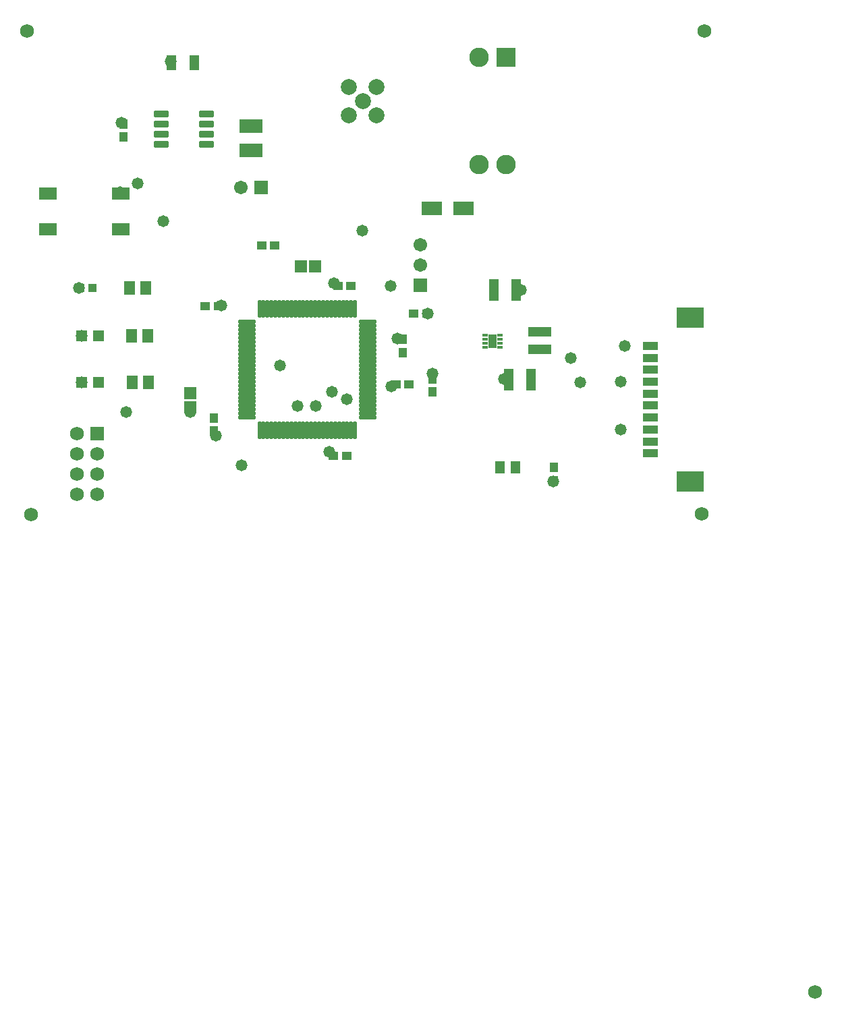
<source format=gbr>
%TF.GenerationSoftware,Altium Limited,Altium Designer,19.1.8 (144)*%
G04 Layer_Color=8388736*
%FSLAX25Y25*%
%MOIN*%
%TF.FileFunction,Soldermask,Top*%
%TF.Part,Single*%
G01*
G75*
%TA.AperFunction,SMDPad,CuDef*%
%ADD10R,0.04166X0.04749*%
%ADD11R,0.04749X0.04166*%
%ADD20R,0.06127X0.05924*%
%ADD23R,0.05924X0.06127*%
%ADD26R,0.05118X0.05906*%
%ADD27R,0.09843X0.06693*%
%TA.AperFunction,ComponentPad*%
%ADD35C,0.09646*%
%ADD36R,0.09646X0.09646*%
%TA.AperFunction,ViaPad*%
%ADD47C,0.06800*%
%TA.AperFunction,ComponentPad*%
%ADD48R,0.06706X0.06706*%
%ADD49C,0.06706*%
%ADD50C,0.06902*%
%ADD51R,0.06902X0.06902*%
%ADD52R,0.06706X0.06706*%
%ADD53C,0.07887*%
%TA.AperFunction,ViaPad*%
%ADD54C,0.05800*%
%ADD55C,0.02520*%
%ADD56C,0.07887*%
%TA.AperFunction,SMDPad,CuDef*%
%ADD67O,0.01981X0.09068*%
%ADD68O,0.09068X0.01981*%
%ADD69R,0.04540X0.11036*%
%ADD70R,0.02520X0.01654*%
%ADD71R,0.04095X0.06850*%
%ADD72R,0.13800X0.10300*%
%ADD73R,0.07493X0.03950*%
%ADD74R,0.05721X0.06902*%
%ADD75R,0.05524X0.05524*%
%ADD76R,0.03950X0.03950*%
%ADD77R,0.11430X0.04737*%
%ADD78R,0.09068X0.06312*%
%ADD79R,0.11824X0.06509*%
G04:AMPARAMS|DCode=80|XSize=33.59mil|YSize=72.96mil|CornerRadius=5.92mil|HoleSize=0mil|Usage=FLASHONLY|Rotation=90.000|XOffset=0mil|YOffset=0mil|HoleType=Round|Shape=RoundedRectangle|*
%AMROUNDEDRECTD80*
21,1,0.03359,0.06112,0,0,90.0*
21,1,0.02175,0.07296,0,0,90.0*
1,1,0.01184,0.03056,0.01088*
1,1,0.01184,0.03056,-0.01088*
1,1,0.01184,-0.03056,-0.01088*
1,1,0.01184,-0.03056,0.01088*
%
%ADD80ROUNDEDRECTD80*%
%ADD81R,0.05131X0.07296*%
D10*
X208071Y69780D02*
D03*
Y76283D02*
D03*
X193504Y89169D02*
D03*
Y95673D02*
D03*
X100197Y56795D02*
D03*
Y50291D02*
D03*
X268208Y25878D02*
D03*
Y32382D02*
D03*
X55511Y202272D02*
D03*
Y195768D02*
D03*
D11*
X95961Y112106D02*
D03*
X102464D02*
D03*
X196657Y73327D02*
D03*
X190154D02*
D03*
X161414Y122277D02*
D03*
X167917D02*
D03*
X159346Y38091D02*
D03*
X165850D02*
D03*
X130319Y142028D02*
D03*
X123815D02*
D03*
X205511Y108465D02*
D03*
X199008D02*
D03*
D20*
X88484Y62103D02*
D03*
Y69196D02*
D03*
D23*
X150199Y131791D02*
D03*
X143107D02*
D03*
D26*
X249212Y32480D02*
D03*
X241732D02*
D03*
D27*
X223622Y160335D02*
D03*
X207874D02*
D03*
D35*
X231201Y182047D02*
D03*
Y235079D02*
D03*
X244587Y182047D02*
D03*
D36*
Y235079D02*
D03*
D47*
X342520Y248031D02*
D03*
X397244Y-226772D02*
D03*
X7874Y248031D02*
D03*
X9843Y8957D02*
D03*
X341240Y9350D02*
D03*
D48*
X202165Y122618D02*
D03*
D49*
Y132618D02*
D03*
Y142618D02*
D03*
X113582Y170768D02*
D03*
D50*
X42421Y38996D02*
D03*
Y28996D02*
D03*
Y18996D02*
D03*
X32421Y48996D02*
D03*
Y38996D02*
D03*
Y28996D02*
D03*
Y18996D02*
D03*
D51*
X42421Y48996D02*
D03*
D52*
X123582Y170768D02*
D03*
D53*
X173749Y213554D02*
D03*
X166789Y220514D02*
D03*
X180708D02*
D03*
X166789Y206594D02*
D03*
X180708D02*
D03*
D54*
X187618Y122039D02*
D03*
X301279Y51083D02*
D03*
X251969Y120079D02*
D03*
X103839Y112598D02*
D03*
X101181Y48228D02*
D03*
X113878Y33366D02*
D03*
X208169Y78740D02*
D03*
X191043Y96161D02*
D03*
X173524Y149606D02*
D03*
X159449Y123327D02*
D03*
X276673Y86614D02*
D03*
X157381Y40059D02*
D03*
X56890Y59646D02*
D03*
X88681D02*
D03*
X75098Y154035D02*
D03*
X62500Y172835D02*
D03*
X243504Y75984D02*
D03*
X303248Y92618D02*
D03*
X301083Y74902D02*
D03*
X281299Y74508D02*
D03*
X54133Y150099D02*
D03*
X132972Y82677D02*
D03*
X141633Y62894D02*
D03*
X150492Y62795D02*
D03*
X166043Y66142D02*
D03*
X158563Y69882D02*
D03*
X187992Y72441D02*
D03*
X268011Y25591D02*
D03*
X223720Y160335D02*
D03*
X78838Y232972D02*
D03*
X54724Y202658D02*
D03*
X53740Y168307D02*
D03*
X18011Y167815D02*
D03*
X33563Y120965D02*
D03*
X34842Y74409D02*
D03*
X205807Y108366D02*
D03*
X180708Y220514D02*
D03*
X34940Y97441D02*
D03*
D55*
X237893Y93307D02*
D03*
Y96457D02*
D03*
D56*
X180708Y206594D02*
D03*
X166789D02*
D03*
X180708Y220514D02*
D03*
X166789D02*
D03*
X173749Y213554D02*
D03*
D67*
X169980Y50787D02*
D03*
X168011D02*
D03*
X166043D02*
D03*
X164075D02*
D03*
X162106D02*
D03*
X160137D02*
D03*
X158169D02*
D03*
X156201D02*
D03*
X154232D02*
D03*
X152263D02*
D03*
X150295D02*
D03*
X148327D02*
D03*
X146358D02*
D03*
X144389D02*
D03*
X142421D02*
D03*
X140453D02*
D03*
X138484D02*
D03*
X136515D02*
D03*
X134547D02*
D03*
X132579D02*
D03*
X130610D02*
D03*
X128641D02*
D03*
X126673D02*
D03*
X124705D02*
D03*
X122736D02*
D03*
Y110630D02*
D03*
X124705D02*
D03*
X126673D02*
D03*
X128641D02*
D03*
X130610D02*
D03*
X132579D02*
D03*
X134547D02*
D03*
X136515D02*
D03*
X138484D02*
D03*
X140453D02*
D03*
X142421D02*
D03*
X144389D02*
D03*
X146358D02*
D03*
X148327D02*
D03*
X150295D02*
D03*
X152263D02*
D03*
X154232D02*
D03*
X156201D02*
D03*
X158169D02*
D03*
X160137D02*
D03*
X162106D02*
D03*
X164075D02*
D03*
X166043D02*
D03*
X168011D02*
D03*
X169980D02*
D03*
D68*
X116437Y57086D02*
D03*
Y59055D02*
D03*
Y61023D02*
D03*
Y62992D02*
D03*
Y64960D02*
D03*
Y66929D02*
D03*
Y68897D02*
D03*
Y70866D02*
D03*
Y72834D02*
D03*
Y74803D02*
D03*
Y76771D02*
D03*
Y78740D02*
D03*
Y80709D02*
D03*
Y82677D02*
D03*
Y84646D02*
D03*
Y86614D02*
D03*
Y88583D02*
D03*
Y90551D02*
D03*
Y92520D02*
D03*
Y94488D02*
D03*
Y96457D02*
D03*
Y98425D02*
D03*
Y100394D02*
D03*
Y102362D02*
D03*
Y104331D02*
D03*
X176279D02*
D03*
Y102362D02*
D03*
Y100394D02*
D03*
Y98425D02*
D03*
Y96457D02*
D03*
Y94488D02*
D03*
Y92520D02*
D03*
Y90551D02*
D03*
Y88583D02*
D03*
Y86614D02*
D03*
Y84646D02*
D03*
Y82677D02*
D03*
Y80709D02*
D03*
Y78740D02*
D03*
Y76771D02*
D03*
Y74803D02*
D03*
Y72834D02*
D03*
Y70866D02*
D03*
Y68897D02*
D03*
Y66929D02*
D03*
Y64960D02*
D03*
Y62992D02*
D03*
Y61023D02*
D03*
Y59055D02*
D03*
Y57086D02*
D03*
D69*
X245965Y75689D02*
D03*
X256988D02*
D03*
X238583Y120079D02*
D03*
X249606D02*
D03*
D70*
X234153Y97835D02*
D03*
Y95866D02*
D03*
Y93898D02*
D03*
Y91929D02*
D03*
X241633D02*
D03*
Y93898D02*
D03*
Y95866D02*
D03*
Y97835D02*
D03*
D71*
X237893Y94882D02*
D03*
D72*
X335544Y25595D02*
D03*
Y106295D02*
D03*
D73*
X315945Y39370D02*
D03*
Y45275D02*
D03*
Y51181D02*
D03*
Y57086D02*
D03*
Y62992D02*
D03*
Y68898D02*
D03*
Y74803D02*
D03*
Y80709D02*
D03*
Y86614D02*
D03*
Y92520D02*
D03*
D74*
X67716Y97441D02*
D03*
X59645D02*
D03*
X66535Y120965D02*
D03*
X58464D02*
D03*
X59744Y74311D02*
D03*
X67815D02*
D03*
D75*
X34940Y74508D02*
D03*
X43208D02*
D03*
X34940Y97441D02*
D03*
X43208D02*
D03*
D76*
X34251Y121063D02*
D03*
X40157D02*
D03*
D77*
X261220Y90650D02*
D03*
Y99311D02*
D03*
D78*
X54133Y167815D02*
D03*
Y150099D02*
D03*
X18307D02*
D03*
Y167815D02*
D03*
D79*
X118405Y201181D02*
D03*
Y189173D02*
D03*
D80*
X96555Y192106D02*
D03*
Y197106D02*
D03*
Y202106D02*
D03*
Y207106D02*
D03*
X74311Y192106D02*
D03*
Y197106D02*
D03*
Y202106D02*
D03*
Y207106D02*
D03*
D81*
X90452Y232480D02*
D03*
X79232D02*
D03*
%TF.MD5,44c93638f56e56c8eaa1e2311cf61ee1*%
M02*

</source>
